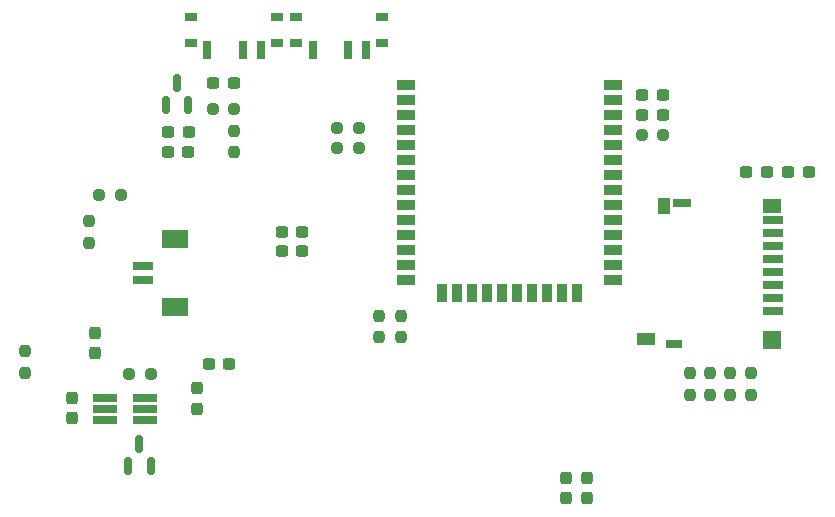
<source format=gbr>
%TF.GenerationSoftware,KiCad,Pcbnew,7.0.2-1.fc38*%
%TF.CreationDate,2023-06-09T15:19:36+02:00*%
%TF.ProjectId,gps_compass,6770735f-636f-46d7-9061-73732e6b6963,rev?*%
%TF.SameCoordinates,Original*%
%TF.FileFunction,Paste,Bot*%
%TF.FilePolarity,Positive*%
%FSLAX46Y46*%
G04 Gerber Fmt 4.6, Leading zero omitted, Abs format (unit mm)*
G04 Created by KiCad (PCBNEW 7.0.2-1.fc38) date 2023-06-09 15:19:36*
%MOMM*%
%LPD*%
G01*
G04 APERTURE LIST*
G04 Aperture macros list*
%AMRoundRect*
0 Rectangle with rounded corners*
0 $1 Rounding radius*
0 $2 $3 $4 $5 $6 $7 $8 $9 X,Y pos of 4 corners*
0 Add a 4 corners polygon primitive as box body*
4,1,4,$2,$3,$4,$5,$6,$7,$8,$9,$2,$3,0*
0 Add four circle primitives for the rounded corners*
1,1,$1+$1,$2,$3*
1,1,$1+$1,$4,$5*
1,1,$1+$1,$6,$7*
1,1,$1+$1,$8,$9*
0 Add four rect primitives between the rounded corners*
20,1,$1+$1,$2,$3,$4,$5,0*
20,1,$1+$1,$4,$5,$6,$7,0*
20,1,$1+$1,$6,$7,$8,$9,0*
20,1,$1+$1,$8,$9,$2,$3,0*%
G04 Aperture macros list end*
%ADD10R,1.000000X0.800000*%
%ADD11R,0.700000X1.500000*%
%ADD12RoundRect,0.237500X0.237500X-0.250000X0.237500X0.250000X-0.237500X0.250000X-0.237500X-0.250000X0*%
%ADD13RoundRect,0.237500X0.250000X0.237500X-0.250000X0.237500X-0.250000X-0.237500X0.250000X-0.237500X0*%
%ADD14R,1.800000X0.700000*%
%ADD15R,2.200000X1.600000*%
%ADD16R,2.000000X0.650000*%
%ADD17RoundRect,0.237500X-0.300000X-0.237500X0.300000X-0.237500X0.300000X0.237500X-0.300000X0.237500X0*%
%ADD18RoundRect,0.237500X-0.237500X0.250000X-0.237500X-0.250000X0.237500X-0.250000X0.237500X0.250000X0*%
%ADD19RoundRect,0.237500X0.300000X0.237500X-0.300000X0.237500X-0.300000X-0.237500X0.300000X-0.237500X0*%
%ADD20RoundRect,0.237500X-0.237500X0.300000X-0.237500X-0.300000X0.237500X-0.300000X0.237500X0.300000X0*%
%ADD21RoundRect,0.150000X0.150000X-0.587500X0.150000X0.587500X-0.150000X0.587500X-0.150000X-0.587500X0*%
%ADD22RoundRect,0.237500X-0.250000X-0.237500X0.250000X-0.237500X0.250000X0.237500X-0.250000X0.237500X0*%
%ADD23RoundRect,0.237500X0.237500X-0.287500X0.237500X0.287500X-0.237500X0.287500X-0.237500X-0.287500X0*%
%ADD24RoundRect,0.237500X-0.237500X0.287500X-0.237500X-0.287500X0.237500X-0.287500X0.237500X0.287500X0*%
%ADD25R,1.750000X0.700000*%
%ADD26R,1.000000X1.450000*%
%ADD27R,1.550000X1.000000*%
%ADD28R,1.500000X0.800000*%
%ADD29R,1.500000X1.300000*%
%ADD30R,1.500000X1.500000*%
%ADD31R,1.400000X0.800000*%
%ADD32R,1.500000X0.900000*%
%ADD33R,0.900000X1.500000*%
G04 APERTURE END LIST*
D10*
%TO.C,MAIN*%
X80400000Y-41270000D03*
X80400000Y-43480000D03*
X87700000Y-41270000D03*
X87700000Y-43480000D03*
D11*
X81800000Y-44130000D03*
X84800000Y-44130000D03*
X86300000Y-44130000D03*
%TD*%
D12*
%TO.C,R8*%
X71800000Y-60412500D03*
X71800000Y-58587500D03*
%TD*%
D13*
%TO.C,R5*%
X120402500Y-51290000D03*
X118577500Y-51290000D03*
%TD*%
%TO.C,R3*%
X77012500Y-71500000D03*
X75187500Y-71500000D03*
%TD*%
D14*
%TO.C,BT1*%
X76370000Y-62365000D03*
X76370000Y-63615000D03*
D15*
X79070000Y-60115000D03*
X79070000Y-65865000D03*
%TD*%
D16*
%TO.C,U3*%
X76520000Y-75460000D03*
X76520000Y-74510000D03*
X76520000Y-73560000D03*
X73100000Y-73560000D03*
X73100000Y-74510000D03*
X73100000Y-75460000D03*
%TD*%
D17*
%TO.C,C5*%
X82287500Y-46900000D03*
X84012500Y-46900000D03*
%TD*%
D18*
%TO.C,R10*%
X84050000Y-50925000D03*
X84050000Y-52750000D03*
%TD*%
D12*
%TO.C,R12*%
X127800000Y-73312500D03*
X127800000Y-71487500D03*
%TD*%
D17*
%TO.C,C16*%
X130987500Y-54400000D03*
X132712500Y-54400000D03*
%TD*%
D12*
%TO.C,R13*%
X124350000Y-73312500D03*
X124350000Y-71487500D03*
%TD*%
D19*
%TO.C,C19*%
X129162500Y-54400000D03*
X127437500Y-54400000D03*
%TD*%
D20*
%TO.C,C2*%
X70300000Y-73537500D03*
X70300000Y-75262500D03*
%TD*%
D21*
%TO.C,Q1*%
X76050000Y-77462500D03*
X75100000Y-79337500D03*
X77000000Y-79337500D03*
%TD*%
D22*
%TO.C,R6*%
X72637500Y-56400000D03*
X74462500Y-56400000D03*
%TD*%
D17*
%TO.C,C1*%
X81937500Y-70700000D03*
X83662500Y-70700000D03*
%TD*%
D23*
%TO.C,D1*%
X72300000Y-69775000D03*
X72300000Y-68025000D03*
%TD*%
D13*
%TO.C,R15*%
X94612500Y-50745000D03*
X92787500Y-50745000D03*
%TD*%
D17*
%TO.C,C6*%
X80200000Y-52700000D03*
X78475000Y-52700000D03*
%TD*%
%TO.C,C18*%
X118627500Y-47880000D03*
X120352500Y-47880000D03*
%TD*%
D20*
%TO.C,C11*%
X112200000Y-80337500D03*
X112200000Y-82062500D03*
%TD*%
D22*
%TO.C,R9*%
X82237500Y-49100000D03*
X84062500Y-49100000D03*
%TD*%
D17*
%TO.C,C17*%
X118627500Y-49580000D03*
X120352500Y-49580000D03*
%TD*%
D10*
%TO.C,ESP*%
X89300000Y-41270000D03*
X89300000Y-43480000D03*
X96600000Y-41270000D03*
X96600000Y-43480000D03*
D11*
X90700000Y-44130000D03*
X93700000Y-44130000D03*
X95200000Y-44130000D03*
%TD*%
D24*
%TO.C,D2*%
X80950000Y-72725000D03*
X80950000Y-74475000D03*
%TD*%
D20*
%TO.C,C10*%
X113900000Y-80337500D03*
X113900000Y-82062500D03*
%TD*%
D12*
%TO.C,R14*%
X122650000Y-73312500D03*
X122650000Y-71487500D03*
%TD*%
D13*
%TO.C,R16*%
X94612500Y-52400000D03*
X92787500Y-52400000D03*
%TD*%
D19*
%TO.C,C15*%
X89812500Y-59500000D03*
X88087500Y-59500000D03*
%TD*%
D25*
%TO.C,microsd*%
X129700000Y-66175000D03*
X129700000Y-65075000D03*
X129700000Y-63975000D03*
X129700000Y-62875000D03*
X129700000Y-61775000D03*
X129700000Y-60675000D03*
X129700000Y-59575000D03*
X129700000Y-58475000D03*
D26*
X120475000Y-57350000D03*
D27*
X118900000Y-68575000D03*
D28*
X121975000Y-57025000D03*
D29*
X129575000Y-57275000D03*
D30*
X129575000Y-68625000D03*
D31*
X121325000Y-68975000D03*
%TD*%
D32*
%TO.C,ESP32-S*%
X116100000Y-47050000D03*
X116100000Y-48320000D03*
X116100000Y-49590000D03*
X116100000Y-50860000D03*
X116100000Y-52130000D03*
X116100000Y-53400000D03*
X116100000Y-54670000D03*
X116100000Y-55940000D03*
X116100000Y-57210000D03*
X116100000Y-58480000D03*
X116100000Y-59750000D03*
X116100000Y-61020000D03*
X116100000Y-62290000D03*
X116100000Y-63560000D03*
D33*
X113065000Y-64655000D03*
X111795000Y-64655000D03*
X110525000Y-64655000D03*
X109255000Y-64655000D03*
X107985000Y-64655000D03*
X106715000Y-64655000D03*
X105445000Y-64655000D03*
X104175000Y-64655000D03*
X102905000Y-64655000D03*
X101635000Y-64655000D03*
D32*
X98600000Y-63560000D03*
X98600000Y-62290000D03*
X98600000Y-61020000D03*
X98600000Y-59750000D03*
X98600000Y-58480000D03*
X98600000Y-57210000D03*
X98600000Y-55940000D03*
X98600000Y-54670000D03*
X98600000Y-53400000D03*
X98600000Y-52130000D03*
X98600000Y-50860000D03*
X98600000Y-49590000D03*
X98600000Y-48320000D03*
X98600000Y-47050000D03*
%TD*%
D18*
%TO.C,R7*%
X66400000Y-69587500D03*
X66400000Y-71412500D03*
%TD*%
%TO.C,R2*%
X96300000Y-66587500D03*
X96300000Y-68412500D03*
%TD*%
D19*
%TO.C,C14*%
X89812500Y-61100000D03*
X88087500Y-61100000D03*
%TD*%
D21*
%TO.C,U1*%
X80187500Y-48787500D03*
X78287500Y-48787500D03*
X79237500Y-46912500D03*
%TD*%
D18*
%TO.C,R1*%
X98200000Y-66587500D03*
X98200000Y-68412500D03*
%TD*%
D12*
%TO.C,R11*%
X126070000Y-73312500D03*
X126070000Y-71487500D03*
%TD*%
D17*
%TO.C,C7*%
X80210000Y-51040000D03*
X78485000Y-51040000D03*
%TD*%
M02*

</source>
